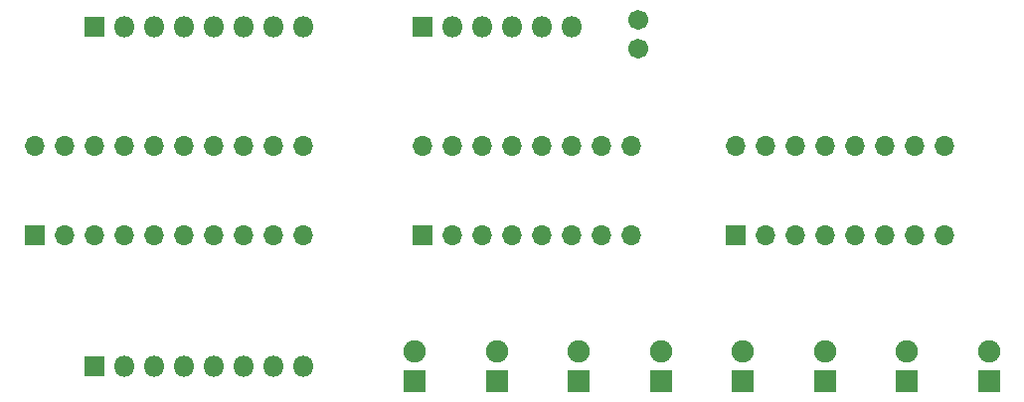
<source format=gts>
G04 #@! TF.FileFunction,Soldermask,Top*
%FSLAX46Y46*%
G04 Gerber Fmt 4.6, Leading zero omitted, Abs format (unit mm)*
G04 Created by KiCad (PCBNEW 4.0.7-e2-6376~58~ubuntu16.04.1) date Tue Jun 12 19:08:58 2018*
%MOMM*%
%LPD*%
G01*
G04 APERTURE LIST*
%ADD10C,0.100000*%
%ADD11R,1.701600X1.701600*%
%ADD12O,1.701600X1.701600*%
%ADD13C,1.701600*%
%ADD14R,1.801600X1.801600*%
%ADD15O,1.801600X1.801600*%
%ADD16R,1.901600X1.901600*%
%ADD17C,1.901600*%
G04 APERTURE END LIST*
D10*
D11*
X140970000Y-111760000D03*
D12*
X158750000Y-104140000D03*
X143510000Y-111760000D03*
X156210000Y-104140000D03*
X146050000Y-111760000D03*
X153670000Y-104140000D03*
X148590000Y-111760000D03*
X151130000Y-104140000D03*
X151130000Y-111760000D03*
X148590000Y-104140000D03*
X153670000Y-111760000D03*
X146050000Y-104140000D03*
X156210000Y-111760000D03*
X143510000Y-104140000D03*
X158750000Y-111760000D03*
X140970000Y-104140000D03*
D13*
X132715000Y-93345000D03*
X132715000Y-95845000D03*
D14*
X114300000Y-93980000D03*
D15*
X116840000Y-93980000D03*
X119380000Y-93980000D03*
X121920000Y-93980000D03*
X124460000Y-93980000D03*
X127000000Y-93980000D03*
D14*
X86360000Y-93980000D03*
D15*
X88900000Y-93980000D03*
X91440000Y-93980000D03*
X93980000Y-93980000D03*
X96520000Y-93980000D03*
X99060000Y-93980000D03*
X101600000Y-93980000D03*
X104140000Y-93980000D03*
D14*
X86360000Y-122936000D03*
D15*
X88900000Y-122936000D03*
X91440000Y-122936000D03*
X93980000Y-122936000D03*
X96520000Y-122936000D03*
X99060000Y-122936000D03*
X101600000Y-122936000D03*
X104140000Y-122936000D03*
D11*
X114300000Y-111760000D03*
D12*
X132080000Y-104140000D03*
X116840000Y-111760000D03*
X129540000Y-104140000D03*
X119380000Y-111760000D03*
X127000000Y-104140000D03*
X121920000Y-111760000D03*
X124460000Y-104140000D03*
X124460000Y-111760000D03*
X121920000Y-104140000D03*
X127000000Y-111760000D03*
X119380000Y-104140000D03*
X129540000Y-111760000D03*
X116840000Y-104140000D03*
X132080000Y-111760000D03*
X114300000Y-104140000D03*
D11*
X81280000Y-111760000D03*
D12*
X104140000Y-104140000D03*
X83820000Y-111760000D03*
X101600000Y-104140000D03*
X86360000Y-111760000D03*
X99060000Y-104140000D03*
X88900000Y-111760000D03*
X96520000Y-104140000D03*
X91440000Y-111760000D03*
X93980000Y-104140000D03*
X93980000Y-111760000D03*
X91440000Y-104140000D03*
X96520000Y-111760000D03*
X88900000Y-104140000D03*
X99060000Y-111760000D03*
X86360000Y-104140000D03*
X101600000Y-111760000D03*
X83820000Y-104140000D03*
X104140000Y-111760000D03*
X81280000Y-104140000D03*
D16*
X141605000Y-124206000D03*
D17*
X141605000Y-121666000D03*
D16*
X134620000Y-124206000D03*
D17*
X134620000Y-121666000D03*
D16*
X148590000Y-124206000D03*
D17*
X148590000Y-121666000D03*
D16*
X127635000Y-124206000D03*
D17*
X127635000Y-121666000D03*
D16*
X155575000Y-124206000D03*
D17*
X155575000Y-121666000D03*
D16*
X120650000Y-124206000D03*
D17*
X120650000Y-121666000D03*
D16*
X162560000Y-124206000D03*
D17*
X162560000Y-121666000D03*
D16*
X113665000Y-124206000D03*
D17*
X113665000Y-121666000D03*
M02*

</source>
